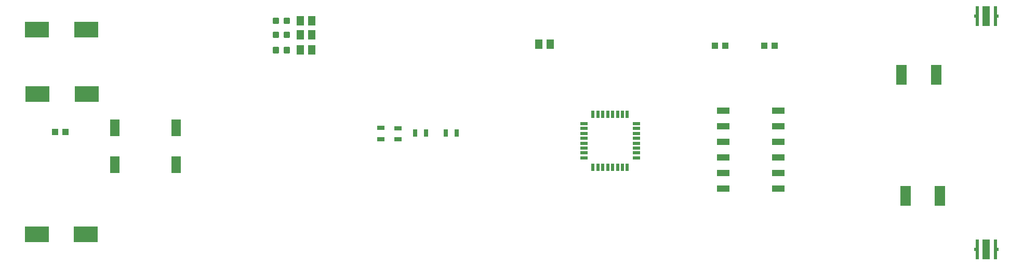
<source format=gtp>
G75*
%MOIN*%
%OFA0B0*%
%FSLAX25Y25*%
%IPPOS*%
%LPD*%
%AMOC8*
5,1,8,0,0,1.08239X$1,22.5*
%
%ADD10R,0.07900X0.04300*%
%ADD11R,0.05000X0.02200*%
%ADD12R,0.02200X0.05000*%
%ADD13R,0.15748X0.09843*%
%ADD14R,0.06181X0.11102*%
%ADD15R,0.03150X0.04724*%
%ADD16R,0.04724X0.03150*%
%ADD17R,0.07087X0.12598*%
%ADD18R,0.05118X0.05906*%
%ADD19C,0.01181*%
%ADD20R,0.01969X0.12992*%
%ADD21R,0.01575X0.01969*%
%ADD22R,0.05118X0.12992*%
%ADD23R,0.03937X0.04331*%
%ADD24R,0.04331X0.03937*%
D10*
X0567889Y0177634D03*
X0567889Y0187634D03*
X0567889Y0197634D03*
X0567889Y0207634D03*
X0567889Y0217634D03*
X0567889Y0227634D03*
X0603289Y0227634D03*
X0603289Y0217634D03*
X0603289Y0207634D03*
X0603289Y0197634D03*
X0603289Y0187634D03*
X0603289Y0177634D03*
D11*
X0512323Y0197484D03*
X0512323Y0200634D03*
X0512323Y0203783D03*
X0512323Y0206933D03*
X0512323Y0210083D03*
X0512323Y0213232D03*
X0512323Y0216382D03*
X0512323Y0219531D03*
X0478523Y0219531D03*
X0478523Y0216382D03*
X0478523Y0213232D03*
X0478523Y0210083D03*
X0478523Y0206933D03*
X0478523Y0203783D03*
X0478523Y0200634D03*
X0478523Y0197484D03*
D12*
X0484400Y0191608D03*
X0487549Y0191608D03*
X0490699Y0191608D03*
X0493848Y0191608D03*
X0496998Y0191608D03*
X0500148Y0191608D03*
X0503297Y0191608D03*
X0506447Y0191608D03*
X0506447Y0225408D03*
X0503297Y0225408D03*
X0500148Y0225408D03*
X0496998Y0225408D03*
X0493848Y0225408D03*
X0490699Y0225408D03*
X0487549Y0225408D03*
X0484400Y0225408D03*
D13*
X0127463Y0148539D03*
X0158959Y0148539D03*
X0159518Y0238547D03*
X0128022Y0238547D03*
X0127659Y0279642D03*
X0159156Y0279642D03*
D14*
X0177746Y0216831D03*
X0216801Y0216831D03*
X0216801Y0192972D03*
X0177746Y0192972D03*
D15*
X0370321Y0213461D03*
X0377407Y0213461D03*
X0389833Y0213461D03*
X0396919Y0213461D03*
D16*
X0359329Y0216413D03*
X0348423Y0216665D03*
X0348423Y0209579D03*
X0359329Y0209327D03*
D17*
X0682419Y0250902D03*
X0704467Y0250902D03*
X0706927Y0173146D03*
X0684880Y0173146D03*
D18*
X0457026Y0270587D03*
X0449545Y0270587D03*
X0303974Y0266650D03*
X0296494Y0266650D03*
X0296494Y0276492D03*
X0303974Y0276492D03*
X0303974Y0285350D03*
X0296494Y0285350D03*
D19*
X0289317Y0286728D02*
X0289317Y0283972D01*
X0286561Y0283972D01*
X0286561Y0286728D01*
X0289317Y0286728D01*
X0289317Y0285152D02*
X0286561Y0285152D01*
X0286561Y0286332D02*
X0289317Y0286332D01*
X0282411Y0286728D02*
X0282411Y0283972D01*
X0279655Y0283972D01*
X0279655Y0286728D01*
X0282411Y0286728D01*
X0282411Y0285152D02*
X0279655Y0285152D01*
X0279655Y0286332D02*
X0282411Y0286332D01*
X0282411Y0277870D02*
X0282411Y0275114D01*
X0279655Y0275114D01*
X0279655Y0277870D01*
X0282411Y0277870D01*
X0282411Y0276294D02*
X0279655Y0276294D01*
X0279655Y0277474D02*
X0282411Y0277474D01*
X0289317Y0277870D02*
X0289317Y0275114D01*
X0286561Y0275114D01*
X0286561Y0277870D01*
X0289317Y0277870D01*
X0289317Y0276294D02*
X0286561Y0276294D01*
X0286561Y0277474D02*
X0289317Y0277474D01*
X0289317Y0268028D02*
X0289317Y0265272D01*
X0286561Y0265272D01*
X0286561Y0268028D01*
X0289317Y0268028D01*
X0289317Y0266452D02*
X0286561Y0266452D01*
X0286561Y0267632D02*
X0289317Y0267632D01*
X0282411Y0268028D02*
X0282411Y0265272D01*
X0279655Y0265272D01*
X0279655Y0268028D01*
X0282411Y0268028D01*
X0282411Y0266452D02*
X0279655Y0266452D01*
X0279655Y0267632D02*
X0282411Y0267632D01*
D20*
X0730844Y0288303D03*
X0742656Y0288303D03*
X0742656Y0138697D03*
X0730844Y0138697D03*
D21*
X0729467Y0138697D03*
X0744033Y0138697D03*
X0744033Y0288303D03*
X0729467Y0288303D03*
D22*
X0736750Y0288303D03*
X0736750Y0138697D03*
D23*
X0600825Y0269602D03*
X0594132Y0269602D03*
X0569329Y0269602D03*
X0562636Y0269602D03*
D24*
X0146100Y0213992D03*
X0139407Y0213992D03*
M02*

</source>
